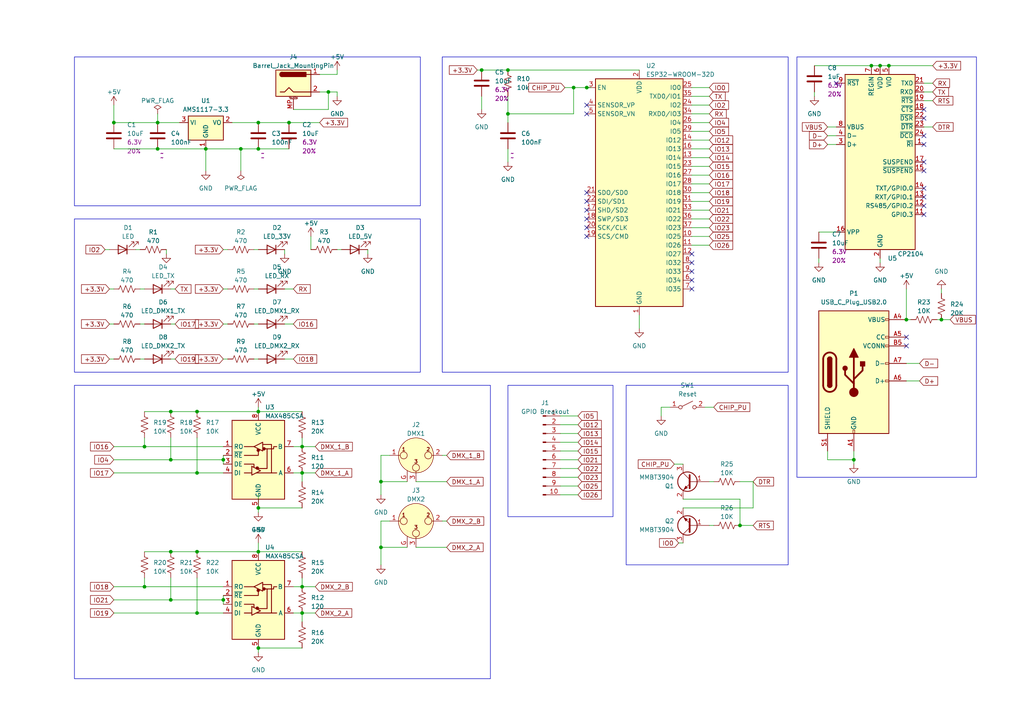
<source format=kicad_sch>
(kicad_sch (version 20230121) (generator eeschema)
  (paper "A4")
  (title_block (title "DMX ArtNet Gateway") (date "2023-09-05") (rev "v01") (company "Interpreter Software B.V."))
  (junction (at 110.49 158.75))
  (junction (at 139.7 20.32))
  (junction (at 45.72 35.56))
  (junction (at 214.63 152.4))
  (junction (at 273.05 92.71))
  (junction (at 33.02 35.56))
  (junction (at 166.37 25.4))
  (junction (at 57.15 137.16))
  (junction (at 74.93 147.32))
  (junction (at 87.63 170.18))
  (junction (at 49.53 173.99))
  (junction (at 87.63 137.16))
  (junction (at 74.93 119.38))
  (junction (at 247.65 133.35))
  (junction (at 87.63 129.54))
  (junction (at 147.32 20.32))
  (junction (at 49.53 133.35))
  (junction (at 262.89 92.71))
  (junction (at 255.27 19.05))
  (junction (at 41.91 170.18))
  (junction (at 147.32 33.02))
  (junction (at 69.85 43.18))
  (junction (at 74.93 35.56))
  (junction (at 110.49 139.7))
  (junction (at 74.93 187.96))
  (junction (at 57.15 160.02))
  (junction (at 252.73 19.05))
  (junction (at 257.81 19.05))
  (junction (at 64.77 133.35))
  (junction (at 49.53 119.38))
  (junction (at 64.77 173.99))
  (junction (at 95.25 26.67))
  (junction (at 59.69 43.18))
  (junction (at 57.15 177.8))
  (junction (at 41.91 129.54))
  (junction (at 57.15 119.38))
  (junction (at 74.93 43.18))
  (junction (at 83.82 35.56))
  (junction (at 45.72 43.18))
  (junction (at 170.18 25.4))
  (junction (at 74.93 160.02))
  (junction (at 87.63 177.8))
  (junction (at 49.53 160.02))
  (no_connect (at 170.18 55.88))
  (no_connect (at 267.97 34.29))
  (no_connect (at 200.66 73.66))
  (no_connect (at 170.18 66.04))
  (no_connect (at 267.97 57.15))
  (no_connect (at 262.89 97.79))
  (no_connect (at 242.57 24.13))
  (no_connect (at 267.97 54.61))
  (no_connect (at 170.18 30.48))
  (no_connect (at 267.97 46.99))
  (no_connect (at 200.66 83.82))
  (no_connect (at 267.97 49.53))
  (no_connect (at 200.66 78.74))
  (no_connect (at 267.97 31.75))
  (no_connect (at 267.97 59.69))
  (no_connect (at 267.97 39.37))
  (no_connect (at 170.18 58.42))
  (no_connect (at 170.18 63.5))
  (no_connect (at 267.97 62.23))
  (no_connect (at 200.66 76.2))
  (no_connect (at 170.18 33.02))
  (no_connect (at 170.18 60.96))
  (no_connect (at 262.89 100.33))
  (no_connect (at 200.66 81.28))
  (no_connect (at 170.18 68.58))
  (no_connect (at 267.97 41.91))
  (wire (pts (xy 162.56 128.27) (xy 167.64 128.27)))
  (wire (pts (xy 257.81 19.05) (xy 270.51 19.05)))
  (wire (pts (xy 200.66 71.12) (xy 205.74 71.12)))
  (wire (pts (xy 110.49 158.75) (xy 118.11 158.75)))
  (wire (pts (xy 85.09 137.16) (xy 87.63 137.16)))
  (wire (pts (xy 39.37 72.39) (xy 40.64 72.39)))
  (wire (pts (xy 162.56 140.97) (xy 167.64 140.97)))
  (wire (pts (xy 73.66 93.98) (xy 74.93 93.98)))
  (wire (pts (xy 41.91 170.18) (xy 64.77 170.18)))
  (wire (pts (xy 185.42 91.44) (xy 185.42 95.25)))
  (wire (pts (xy 200.66 43.18) (xy 205.74 43.18)))
  (wire (pts (xy 110.49 139.7) (xy 118.11 139.7)))
  (wire (pts (xy 83.82 35.56) (xy 92.71 35.56)))
  (wire (pts (xy 41.91 129.54) (xy 41.91 127)))
  (wire (pts (xy 85.09 170.18) (xy 87.63 170.18)))
  (wire (pts (xy 90.17 68.58) (xy 90.17 72.39)))
  (wire (pts (xy 97.79 72.39) (xy 99.06 72.39)))
  (wire (pts (xy 200.66 35.56) (xy 205.74 35.56)))
  (wire (pts (xy 162.56 138.43) (xy 167.64 138.43)))
  (wire (pts (xy 30.48 72.39) (xy 31.75 72.39)))
  (wire (pts (xy 74.93 143.51) (xy 74.93 147.32)))
  (wire (pts (xy 74.93 35.56) (xy 83.82 35.56)))
  (wire (pts (xy 40.64 104.14) (xy 41.91 104.14)))
  (wire (pts (xy 73.66 104.14) (xy 74.93 104.14)))
  (wire (pts (xy 162.56 130.81) (xy 167.64 130.81)))
  (wire (pts (xy 33.02 173.99) (xy 49.53 173.99)))
  (wire (pts (xy 57.15 137.16) (xy 64.77 137.16)))
  (wire (pts (xy 273.05 83.82) (xy 273.05 85.09)))
  (wire (pts (xy 128.27 151.13) (xy 129.54 151.13)))
  (wire (pts (xy 162.56 135.89) (xy 167.64 135.89)))
  (wire (pts (xy 82.55 104.14) (xy 85.09 104.14)))
  (wire (pts (xy 166.37 33.02) (xy 166.37 25.4)))
  (wire (pts (xy 128.27 132.08) (xy 129.54 132.08)))
  (wire (pts (xy 85.09 31.75) (xy 95.25 31.75)))
  (wire (pts (xy 45.72 33.02) (xy 45.72 35.56)))
  (wire (pts (xy 236.22 19.05) (xy 252.73 19.05)))
  (wire (pts (xy 247.65 134.62) (xy 247.65 133.35)))
  (wire (pts (xy 49.53 160.02) (xy 57.15 160.02)))
  (wire (pts (xy 69.85 43.18) (xy 74.93 43.18)))
  (wire (pts (xy 87.63 170.18) (xy 91.44 170.18)))
  (wire (pts (xy 92.71 26.67) (xy 95.25 26.67)))
  (wire (pts (xy 200.66 40.64) (xy 205.74 40.64)))
  (wire (pts (xy 87.63 177.8) (xy 87.63 180.34)))
  (wire (pts (xy 195.58 134.62) (xy 198.12 134.62)))
  (wire (pts (xy 194.31 118.11) (xy 191.77 118.11)))
  (wire (pts (xy 64.77 83.82) (xy 66.04 83.82)))
  (wire (pts (xy 170.18 25.4) (xy 171.45 25.4)))
  (wire (pts (xy 273.05 92.71) (xy 275.59 92.71)))
  (wire (pts (xy 200.66 68.58) (xy 205.74 68.58)))
  (wire (pts (xy 33.02 177.8) (xy 57.15 177.8)))
  (wire (pts (xy 33.02 35.56) (xy 45.72 35.56)))
  (wire (pts (xy 110.49 132.08) (xy 110.49 139.7)))
  (wire (pts (xy 214.63 152.4) (xy 218.44 152.4)))
  (wire (pts (xy 57.15 137.16) (xy 57.15 127)))
  (wire (pts (xy 196.85 157.48) (xy 198.12 157.48)))
  (wire (pts (xy 166.37 25.4) (xy 170.18 25.4)))
  (wire (pts (xy 33.02 129.54) (xy 41.91 129.54)))
  (wire (pts (xy 271.78 92.71) (xy 273.05 92.71)))
  (wire (pts (xy 120.65 158.75) (xy 129.54 158.75)))
  (wire (pts (xy 240.03 36.83) (xy 242.57 36.83)))
  (wire (pts (xy 163.83 25.4) (xy 166.37 25.4)))
  (wire (pts (xy 87.63 167.64) (xy 87.63 170.18)))
  (wire (pts (xy 236.22 26.67) (xy 236.22 27.94)))
  (wire (pts (xy 41.91 119.38) (xy 49.53 119.38)))
  (wire (pts (xy 73.66 72.39) (xy 74.93 72.39)))
  (wire (pts (xy 106.68 72.39) (xy 106.68 73.66)))
  (wire (pts (xy 113.03 151.13) (xy 110.49 151.13)))
  (wire (pts (xy 240.03 133.35) (xy 247.65 133.35)))
  (wire (pts (xy 200.66 38.1) (xy 205.74 38.1)))
  (wire (pts (xy 218.44 147.32) (xy 218.44 139.7)))
  (wire (pts (xy 200.66 27.94) (xy 205.74 27.94)))
  (wire (pts (xy 49.53 167.64) (xy 49.53 173.99)))
  (wire (pts (xy 49.53 127) (xy 49.53 133.35)))
  (wire (pts (xy 59.69 43.18) (xy 69.85 43.18)))
  (wire (pts (xy 49.53 133.35) (xy 64.77 133.35)))
  (wire (pts (xy 110.49 158.75) (xy 110.49 163.83)))
  (wire (pts (xy 97.79 21.59) (xy 97.79 20.32)))
  (wire (pts (xy 147.32 33.02) (xy 147.32 35.56)))
  (wire (pts (xy 74.93 160.02) (xy 87.63 160.02)))
  (wire (pts (xy 110.49 151.13) (xy 110.49 158.75)))
  (wire (pts (xy 240.03 41.91) (xy 242.57 41.91)))
  (wire (pts (xy 49.53 173.99) (xy 64.77 173.99)))
  (wire (pts (xy 262.89 105.41) (xy 266.7 105.41)))
  (wire (pts (xy 162.56 125.73) (xy 167.64 125.73)))
  (wire (pts (xy 87.63 127) (xy 87.63 129.54)))
  (wire (pts (xy 198.12 144.78) (xy 214.63 144.78)))
  (wire (pts (xy 240.03 39.37) (xy 242.57 39.37)))
  (wire (pts (xy 147.32 27.94) (xy 147.32 33.02)))
  (wire (pts (xy 57.15 160.02) (xy 74.93 160.02)))
  (wire (pts (xy 262.89 110.49) (xy 266.7 110.49)))
  (wire (pts (xy 262.89 92.71) (xy 264.16 92.71)))
  (wire (pts (xy 49.53 93.98) (xy 50.8 93.98)))
  (wire (pts (xy 41.91 160.02) (xy 49.53 160.02)))
  (wire (pts (xy 33.02 133.35) (xy 49.53 133.35)))
  (wire (pts (xy 255.27 74.93) (xy 255.27 76.2)))
  (wire (pts (xy 147.32 20.32) (xy 185.42 20.32)))
  (wire (pts (xy 200.66 48.26) (xy 205.74 48.26)))
  (wire (pts (xy 64.77 93.98) (xy 66.04 93.98)))
  (wire (pts (xy 64.77 133.35) (xy 64.77 134.62)))
  (wire (pts (xy 267.97 36.83) (xy 270.51 36.83)))
  (wire (pts (xy 200.66 55.88) (xy 205.74 55.88)))
  (wire (pts (xy 200.66 30.48) (xy 205.74 30.48)))
  (wire (pts (xy 200.66 60.96) (xy 205.74 60.96)))
  (wire (pts (xy 200.66 63.5) (xy 205.74 63.5)))
  (wire (pts (xy 64.77 132.08) (xy 64.77 133.35)))
  (wire (pts (xy 74.93 187.96) (xy 74.93 189.23)))
  (wire (pts (xy 85.09 129.54) (xy 87.63 129.54)))
  (wire (pts (xy 162.56 120.65) (xy 167.64 120.65)))
  (wire (pts (xy 113.03 132.08) (xy 110.49 132.08)))
  (wire (pts (xy 57.15 177.8) (xy 64.77 177.8)))
  (wire (pts (xy 57.15 177.8) (xy 57.15 167.64)))
  (wire (pts (xy 200.66 53.34) (xy 205.74 53.34)))
  (wire (pts (xy 48.26 72.39) (xy 48.26 73.66)))
  (wire (pts (xy 110.49 139.7) (xy 110.49 143.51)))
  (wire (pts (xy 57.15 119.38) (xy 74.93 119.38)))
  (wire (pts (xy 200.66 25.4) (xy 205.74 25.4)))
  (wire (pts (xy 82.55 72.39) (xy 82.55 73.66)))
  (wire (pts (xy 31.75 104.14) (xy 33.02 104.14)))
  (wire (pts (xy 267.97 26.67) (xy 270.51 26.67)))
  (wire (pts (xy 138.43 20.32) (xy 139.7 20.32)))
  (wire (pts (xy 97.79 26.67) (xy 97.79 27.94)))
  (wire (pts (xy 87.63 129.54) (xy 91.44 129.54)))
  (wire (pts (xy 191.77 118.11) (xy 191.77 120.65)))
  (wire (pts (xy 31.75 93.98) (xy 33.02 93.98)))
  (wire (pts (xy 237.49 74.93) (xy 237.49 76.2)))
  (wire (pts (xy 200.66 45.72) (xy 205.74 45.72)))
  (wire (pts (xy 255.27 19.05) (xy 257.81 19.05)))
  (wire (pts (xy 147.32 43.18) (xy 147.32 46.99)))
  (wire (pts (xy 59.69 43.18) (xy 59.69 49.53)))
  (wire (pts (xy 73.66 83.82) (xy 74.93 83.82)))
  (wire (pts (xy 45.72 43.18) (xy 59.69 43.18)))
  (wire (pts (xy 40.64 83.82) (xy 41.91 83.82)))
  (wire (pts (xy 49.53 119.38) (xy 57.15 119.38)))
  (wire (pts (xy 237.49 67.31) (xy 242.57 67.31)))
  (wire (pts (xy 262.89 83.82) (xy 262.89 92.71)))
  (wire (pts (xy 64.77 172.72) (xy 64.77 173.99)))
  (wire (pts (xy 139.7 27.94) (xy 139.7 31.75)))
  (wire (pts (xy 162.56 123.19) (xy 167.64 123.19)))
  (wire (pts (xy 252.73 19.05) (xy 255.27 19.05)))
  (wire (pts (xy 33.02 170.18) (xy 41.91 170.18)))
  (wire (pts (xy 69.85 43.18) (xy 69.85 49.53)))
  (wire (pts (xy 204.47 118.11) (xy 207.01 118.11)))
  (wire (pts (xy 74.93 118.11) (xy 74.93 119.38)))
  (wire (pts (xy 33.02 43.18) (xy 45.72 43.18)))
  (wire (pts (xy 64.77 104.14) (xy 66.04 104.14)))
  (wire (pts (xy 120.65 139.7) (xy 129.54 139.7)))
  (wire (pts (xy 198.12 147.32) (xy 218.44 147.32)))
  (wire (pts (xy 49.53 104.14) (xy 50.8 104.14)))
  (wire (pts (xy 74.93 43.18) (xy 83.82 43.18)))
  (wire (pts (xy 64.77 72.39) (xy 66.04 72.39)))
  (wire (pts (xy 33.02 137.16) (xy 57.15 137.16)))
  (wire (pts (xy 200.66 33.02) (xy 205.74 33.02)))
  (wire (pts (xy 67.31 35.56) (xy 74.93 35.56)))
  (wire (pts (xy 214.63 144.78) (xy 214.63 152.4)))
  (wire (pts (xy 82.55 93.98) (xy 85.09 93.98)))
  (wire (pts (xy 247.65 130.81) (xy 247.65 133.35)))
  (wire (pts (xy 240.03 130.81) (xy 240.03 133.35)))
  (wire (pts (xy 95.25 26.67) (xy 97.79 26.67)))
  (wire (pts (xy 74.93 148.59) (xy 74.93 147.32)))
  (wire (pts (xy 267.97 29.21) (xy 270.51 29.21)))
  (wire (pts (xy 92.71 21.59) (xy 97.79 21.59)))
  (wire (pts (xy 139.7 20.32) (xy 147.32 20.32)))
  (wire (pts (xy 74.93 187.96) (xy 87.63 187.96)))
  (wire (pts (xy 74.93 119.38) (xy 87.63 119.38)))
  (wire (pts (xy 74.93 147.32) (xy 87.63 147.32)))
  (wire (pts (xy 147.32 33.02) (xy 166.37 33.02)))
  (wire (pts (xy 74.93 157.48) (xy 74.93 160.02)))
  (wire (pts (xy 87.63 137.16) (xy 87.63 139.7)))
  (wire (pts (xy 45.72 35.56) (xy 52.07 35.56)))
  (wire (pts (xy 33.02 30.48) (xy 33.02 35.56)))
  (wire (pts (xy 87.63 137.16) (xy 91.44 137.16)))
  (wire (pts (xy 82.55 83.82) (xy 85.09 83.82)))
  (wire (pts (xy 85.09 177.8) (xy 87.63 177.8)))
  (wire (pts (xy 31.75 83.82) (xy 33.02 83.82)))
  (wire (pts (xy 41.91 170.18) (xy 41.91 167.64)))
  (wire (pts (xy 49.53 83.82) (xy 50.8 83.82)))
  (wire (pts (xy 200.66 66.04) (xy 205.74 66.04)))
  (wire (pts (xy 200.66 50.8) (xy 205.74 50.8)))
  (wire (pts (xy 64.77 173.99) (xy 64.77 175.26)))
  (wire (pts (xy 41.91 129.54) (xy 64.77 129.54)))
  (wire (pts (xy 214.63 139.7) (xy 218.44 139.7)))
  (wire (pts (xy 95.25 31.75) (xy 95.25 26.67)))
  (wire (pts (xy 40.64 93.98) (xy 41.91 93.98)))
  (wire (pts (xy 205.74 152.4) (xy 207.01 152.4)))
  (wire (pts (xy 205.74 139.7) (xy 207.01 139.7)))
  (wire (pts (xy 267.97 24.13) (xy 270.51 24.13)))
  (wire (pts (xy 200.66 58.42) (xy 205.74 58.42)))
  (wire (pts (xy 87.63 177.8) (xy 91.44 177.8)))
  (wire (pts (xy 162.56 133.35) (xy 167.64 133.35)))
  (wire (pts (xy 162.56 143.51) (xy 167.64 143.51)))
  (rectangle (start 21.59 111.76) (end 142.24 196.85))
  (rectangle (start 21.59 16.51) (end 121.92 59.69))
  (rectangle (start 181.61 111.76) (end 228.6 163.83))
  (rectangle (start 231.14 16.51) (end 283.21 138.43))
  (rectangle (start 21.59 63.5) (end 121.92 107.95))
  (rectangle (start 147.32 111.76) (end 177.8 149.86))
  (rectangle (start 128.27 16.51) (end 228.6 107.95))
  (global_label "IO16" (shape input) (at 85.09 93.98 0) (property "Intersheetrefs" "${INTERSHEET_REFS}" (effects hide)))
  (global_label "IO0" (shape input) (at 196.85 157.48 180) (property "Intersheetrefs" "${INTERSHEET_REFS}" (effects hide)))
  (global_label "+3.3V" (shape input) (at 64.77 104.14 180) (property "Intersheetrefs" "${INTERSHEET_REFS}" (effects hide)))
  (global_label "RTS" (shape input) (at 218.44 152.4 0) (property "Intersheetrefs" "${INTERSHEET_REFS}" (effects hide)))
  (global_label "D+" (shape input) (at 240.03 41.91 180) (property "Intersheetrefs" "${INTERSHEET_REFS}" (effects hide)))
  (global_label "IO18" (shape input) (at 33.02 170.18 180) (property "Intersheetrefs" "${INTERSHEET_REFS}" (effects hide)))
  (global_label "IO15" (shape input) (at 205.74 48.26 0) (property "Intersheetrefs" "${INTERSHEET_REFS}" (effects hide)))
  (global_label "IO26" (shape input) (at 205.74 71.12 0) (property "Intersheetrefs" "${INTERSHEET_REFS}" (effects hide)))
  (global_label "IO25" (shape input) (at 167.64 140.97 0) (property "Intersheetrefs" "${INTERSHEET_REFS}" (effects hide)))
  (global_label "CHIP_PU" (shape input) (at 195.58 134.62 180) (property "Intersheetrefs" "${INTERSHEET_REFS}" (effects hide)))
  (global_label "RTS" (shape input) (at 270.51 29.21 0) (property "Intersheetrefs" "${INTERSHEET_REFS}" (effects hide)))
  (global_label "IO17" (shape input) (at 50.8 93.98 0) (property "Intersheetrefs" "${INTERSHEET_REFS}" (effects hide)))
  (global_label "RX" (shape input) (at 85.09 83.82 0) (property "Intersheetrefs" "${INTERSHEET_REFS}" (effects hide)))
  (global_label "IO17" (shape input) (at 33.02 137.16 180) (property "Intersheetrefs" "${INTERSHEET_REFS}" (effects hide)))
  (global_label "+3.3V" (shape input) (at 31.75 104.14 180) (property "Intersheetrefs" "${INTERSHEET_REFS}" (effects hide)))
  (global_label "DMX_1_B" (shape input) (at 129.54 132.08 0) (property "Intersheetrefs" "${INTERSHEET_REFS}" (effects hide)))
  (global_label "TX" (shape input) (at 50.8 83.82 0) (property "Intersheetrefs" "${INTERSHEET_REFS}" (effects hide)))
  (global_label "IO22" (shape input) (at 205.74 63.5 0) (property "Intersheetrefs" "${INTERSHEET_REFS}" (effects hide)))
  (global_label "IO19" (shape input) (at 205.74 58.42 0) (property "Intersheetrefs" "${INTERSHEET_REFS}" (effects hide)))
  (global_label "TX" (shape input) (at 205.74 27.94 0) (property "Intersheetrefs" "${INTERSHEET_REFS}" (effects hide)))
  (global_label "TX" (shape input) (at 270.51 26.67 0) (property "Intersheetrefs" "${INTERSHEET_REFS}" (effects hide)))
  (global_label "+3.3V" (shape input) (at 31.75 83.82 180) (property "Intersheetrefs" "${INTERSHEET_REFS}" (effects hide)))
  (global_label "IO14" (shape input) (at 167.64 128.27 0) (property "Intersheetrefs" "${INTERSHEET_REFS}" (effects hide)))
  (global_label "IO5" (shape input) (at 167.64 120.65 0) (property "Intersheetrefs" "${INTERSHEET_REFS}" (effects hide)))
  (global_label "IO4" (shape input) (at 205.74 35.56 0) (property "Intersheetrefs" "${INTERSHEET_REFS}" (effects hide)))
  (global_label "IO15" (shape input) (at 167.64 130.81 0) (property "Intersheetrefs" "${INTERSHEET_REFS}" (effects hide)))
  (global_label "IO5" (shape input) (at 205.74 38.1 0) (property "Intersheetrefs" "${INTERSHEET_REFS}" (effects hide)))
  (global_label "IO16" (shape input) (at 205.74 50.8 0) (property "Intersheetrefs" "${INTERSHEET_REFS}" (effects hide)))
  (global_label "DMX_2_B" (shape input) (at 91.44 170.18 0) (property "Intersheetrefs" "${INTERSHEET_REFS}" (effects hide)))
  (global_label "IO12" (shape input) (at 205.74 40.64 0) (property "Intersheetrefs" "${INTERSHEET_REFS}" (effects hide)))
  (global_label "CHIP_PU" (shape input) (at 163.83 25.4 180) (property "Intersheetrefs" "${INTERSHEET_REFS}" (effects hide)))
  (global_label "IO2" (shape input) (at 30.48 72.39 180) (property "Intersheetrefs" "${INTERSHEET_REFS}" (effects hide)))
  (global_label "IO23" (shape input) (at 205.74 66.04 0) (property "Intersheetrefs" "${INTERSHEET_REFS}" (effects hide)))
  (global_label "IO21" (shape input) (at 205.74 60.96 0) (property "Intersheetrefs" "${INTERSHEET_REFS}" (effects hide)))
  (global_label "+3.3V" (shape input) (at 270.51 19.05 0) (property "Intersheetrefs" "${INTERSHEET_REFS}" (effects hide)))
  (global_label "IO18" (shape input) (at 205.74 55.88 0) (property "Intersheetrefs" "${INTERSHEET_REFS}" (effects hide)))
  (global_label "+3.3V" (shape input) (at 64.77 72.39 180) (property "Intersheetrefs" "${INTERSHEET_REFS}" (effects hide)))
  (global_label "IO13" (shape input) (at 205.74 43.18 0) (property "Intersheetrefs" "${INTERSHEET_REFS}" (effects hide)))
  (global_label "IO25" (shape input) (at 205.74 68.58 0) (property "Intersheetrefs" "${INTERSHEET_REFS}" (effects hide)))
  (global_label "DMX_1_A" (shape input) (at 91.44 137.16 0) (property "Intersheetrefs" "${INTERSHEET_REFS}" (effects hide)))
  (global_label "IO16" (shape input) (at 33.02 129.54 180) (property "Intersheetrefs" "${INTERSHEET_REFS}" (effects hide)))
  (global_label "IO18" (shape input) (at 85.09 104.14 0) (property "Intersheetrefs" "${INTERSHEET_REFS}" (effects hide)))
  (global_label "D-" (shape input) (at 266.7 105.41 0) (property "Intersheetrefs" "${INTERSHEET_REFS}" (effects hide)))
  (global_label "IO12" (shape input) (at 167.64 123.19 0) (property "Intersheetrefs" "${INTERSHEET_REFS}" (effects hide)))
  (global_label "DMX_2_A" (shape input) (at 91.44 177.8 0) (property "Intersheetrefs" "${INTERSHEET_REFS}" (effects hide)))
  (global_label "DTR" (shape input) (at 270.51 36.83 0) (property "Intersheetrefs" "${INTERSHEET_REFS}" (effects hide)))
  (global_label "IO23" (shape input) (at 167.64 138.43 0) (property "Intersheetrefs" "${INTERSHEET_REFS}" (effects hide)))
  (global_label "DMX_1_B" (shape input) (at 91.44 129.54 0) (property "Intersheetrefs" "${INTERSHEET_REFS}" (effects hide)))
  (global_label "IO19" (shape input) (at 33.02 177.8 180) (property "Intersheetrefs" "${INTERSHEET_REFS}" (effects hide)))
  (global_label "IO21" (shape input) (at 167.64 133.35 0) (property "Intersheetrefs" "${INTERSHEET_REFS}" (effects hide)))
  (global_label "DMX_1_A" (shape input) (at 129.54 139.7 0) (property "Intersheetrefs" "${INTERSHEET_REFS}" (effects hide)))
  (global_label "D-" (shape input) (at 240.03 39.37 180) (property "Intersheetrefs" "${INTERSHEET_REFS}" (effects hide)))
  (global_label "IO22" (shape input) (at 167.64 135.89 0) (property "Intersheetrefs" "${INTERSHEET_REFS}" (effects hide)))
  (global_label "VBUS" (shape input) (at 240.03 36.83 180) (property "Intersheetrefs" "${INTERSHEET_REFS}" (effects hide)))
  (global_label "+3.3V" (shape input) (at 64.77 83.82 180) (property "Intersheetrefs" "${INTERSHEET_REFS}" (effects hide)))
  (global_label "RX" (shape input) (at 270.51 24.13 0) (property "Intersheetrefs" "${INTERSHEET_REFS}" (effects hide)))
  (global_label "IO19" (shape input) (at 50.8 104.14 0) (property "Intersheetrefs" "${INTERSHEET_REFS}" (effects hide)))
  (global_label "CHIP_PU" (shape input) (at 207.01 118.11 0) (property "Intersheetrefs" "${INTERSHEET_REFS}" (effects hide)))
  (global_label "+3.3V" (shape input) (at 31.75 93.98 180) (property "Intersheetrefs" "${INTERSHEET_REFS}" (effects hide)))
  (global_label "DMX_2_B" (shape input) (at 129.54 151.13 0) (property "Intersheetrefs" "${INTERSHEET_REFS}" (effects hide)))
  (global_label "IO26" (shape input) (at 167.64 143.51 0) (property "Intersheetrefs" "${INTERSHEET_REFS}" (effects hide)))
  (global_label "IO13" (shape input) (at 167.64 125.73 0) (property "Intersheetrefs" "${INTERSHEET_REFS}" (effects hide)))
  (global_label "DTR" (shape input) (at 218.44 139.7 0) (property "Intersheetrefs" "${INTERSHEET_REFS}" (effects hide)))
  (global_label "VBUS" (shape input) (at 275.59 92.71 0) (property "Intersheetrefs" "${INTERSHEET_REFS}" (effects hide)))
  (global_label "IO14" (shape input) (at 205.74 45.72 0) (property "Intersheetrefs" "${INTERSHEET_REFS}" (effects hide)))
  (global_label "IO17" (shape input) (at 205.74 53.34 0) (property "Intersheetrefs" "${INTERSHEET_REFS}" (effects hide)))
  (global_label "DMX_2_A" (shape input) (at 129.54 158.75 0) (property "Intersheetrefs" "${INTERSHEET_REFS}" (effects hide)))
  (global_label "RX" (shape input) (at 205.74 33.02 0) (property "Intersheetrefs" "${INTERSHEET_REFS}" (effects hide)))
  (global_label "IO2" (shape input) (at 205.74 30.48 0) (property "Intersheetrefs" "${INTERSHEET_REFS}" (effects hide)))
  (global_label "IO0" (shape input) (at 205.74 25.4 0) (property "Intersheetrefs" "${INTERSHEET_REFS}" (effects hide)))
  (global_label "+3.3V" (shape input) (at 92.71 35.56 0) (property "Intersheetrefs" "${INTERSHEET_REFS}" (effects hide)))
  (global_label "+3.3V" (shape input) (at 64.77 93.98 180) (property "Intersheetrefs" "${INTERSHEET_REFS}" (effects hide)))
  (global_label "+3.3V" (shape input) (at 138.43 20.32 180) (property "Intersheetrefs" "${INTERSHEET_REFS}" (effects hide)))
  (global_label "IO21" (shape input) (at 33.02 173.99 180) (property "Intersheetrefs" "${INTERSHEET_REFS}" (effects hide)))
  (global_label "D+" (shape input) (at 266.7 110.49 0) (property "Intersheetrefs" "${INTERSHEET_REFS}" (effects hide)))
  (global_label "IO4" (shape input) (at 33.02 133.35 180) (property "Intersheetrefs" "${INTERSHEET_REFS}" (effects hide)))
  (symbol (lib_id "power:PWR_FLAG") (at 45.72 33.02 0) (unit 1)
    (property "Reference" "#FLG01" (effects hide))
    (property "Value" "PWR_FLAG" (at 45.72 29.21 0))
  )
  (symbol (lib_id "SparkFun-Switch:SPST_Momentary_4.6x2.8mm") (at 199.39 118.11 0) (unit 1)
    (property "Reference" "SW1" (at 199.39 111.76 0))
    (property "Value" "Reset" (at 199.39 114.3 0))
    (property "Footprint" "SparkFun-Switch:Momentary_SMD_4.6x2.8mm" (effects hide))
    (property "PROD_ID" "SWCH-15606" (effects hide))
  )
  (symbol (lib_id "power:+5V") (at 262.89 83.82 0) (unit 1)
    (property "Reference" "#PWR022" (effects hide))
    (property "Value" "+5V" (at 262.89 80.01 0))
  )
  (symbol (lib_id "SparkFun-Resistor:R") (at 44.45 72.39 90) (unit 1)
    (property "Reference" "R1" (at 44.45 67.31 90))
    (property "Value" "470" (at 44.45 69.85 90))
    (property "Footprint" "SparkFun-Resistor:R_0805_2012Metric" (effects hide))
    (property "Datasheet" "https://www.vishay.com/docs/20035/dcrcwe3.pdf" (effects hide))
    (property "PROD_ID" "RES-07856" (effects hide))
  )
  (symbol (lib_id "SparkFun-Capacitor:C") (at 74.93 39.37 0) (unit 1)
    (property "Reference" "C3" (at 78.74 38.735 0) (effects (justify left)))
    (property "Value" "100nF" (at 78.74 41.275 0) (effects (justify left)))
    (property "Footprint" "SparkFun-Capacitor:C_0805_2012Metric" (effects hide))
    (property "Datasheet" "[link text](https://cdn.sparkfun.com/assets/8/a/4/a/5/Kemet_Capacitor_Datasheet.pdf)" (effects hide))
    (property "PROD_ID" "CAP-00000" (effects hide))
    (property "Tolerance" "~" (at 76.2 44.45 0))
    (property "Voltage" "~" (at 76.2 45.72 0))
  )
  (symbol (lib_id "SparkFun-Resistor:R") (at 57.15 163.83 0) (unit 1)
    (property "Reference" "R22" (at 59.69 163.195 0) (effects (justify left)))
    (property "Value" "10K" (at 59.69 165.735 0) (effects (justify left)))
    (property "Footprint" "SparkFun-Resistor:R_0805_2012Metric" (effects hide))
    (property "Datasheet" "https://www.vishay.com/docs/20035/dcrcwe3.pdf" (effects hide))
    (property "PROD_ID" "RES-07856" (effects hide))
  )
  (symbol (lib_id "Device:LED") (at 45.72 93.98 180) (unit 1)
    (property "Reference" "D6" (at 47.3075 87.63 0))
    (property "Value" "LED_DMX1_TX" (at 47.3075 90.17 0))
    (property "Footprint" "LED_SMD:LED_0805_2012Metric" (effects hide))
  )
  (symbol (lib_id "SparkFun-Resistor:R") (at 87.63 184.15 0) (unit 1)
    (property "Reference" "R16" (at 90.17 183.515 0) (effects (justify left)))
    (property "Value" "20K" (at 90.17 186.055 0) (effects (justify left)))
    (property "Footprint" "SparkFun-Resistor:R_0805_2012Metric" (effects hide))
    (property "Datasheet" "https://www.vishay.com/docs/20035/dcrcwe3.pdf" (effects hide))
    (property "PROD_ID" "RES-07856" (effects hide))
  )
  (symbol (lib_id "Device:LED") (at 78.74 93.98 180) (unit 1)
    (property "Reference" "D7" (at 80.3275 87.63 0))
    (property "Value" "LED_DMX1_RX" (at 80.3275 90.17 0))
    (property "Footprint" "LED_SMD:LED_0805_2012Metric" (effects hide))
  )
  (symbol (lib_id "SparkFun-Resistor:R") (at 69.85 72.39 90) (unit 1)
    (property "Reference" "R2" (at 69.85 67.31 90))
    (property "Value" "470" (at 69.85 69.85 90))
    (property "Footprint" "SparkFun-Resistor:R_0805_2012Metric" (effects hide))
    (property "Datasheet" "https://www.vishay.com/docs/20035/dcrcwe3.pdf" (effects hide))
    (property "PROD_ID" "RES-07856" (effects hide))
  )
  (symbol (lib_id "Device:LED") (at 78.74 72.39 180) (unit 1)
    (property "Reference" "D2" (at 80.3275 66.04 0))
    (property "Value" "LED_33V" (at 80.3275 68.58 0))
    (property "Footprint" "LED_SMD:LED_0805_2012Metric" (effects hide))
  )
  (symbol (lib_id "SparkFun-Resistor:R") (at 93.98 72.39 90) (unit 1)
    (property "Reference" "R3" (at 93.98 67.31 90))
    (property "Value" "470" (at 93.98 69.85 90))
    (property "Footprint" "SparkFun-Resistor:R_0805_2012Metric" (effects hide))
    (property "Datasheet" "https://www.vishay.com/docs/20035/dcrcwe3.pdf" (effects hide))
    (property "PROD_ID" "RES-07856" (effects hide))
  )
  (symbol (lib_id "power:+5V") (at 90.17 68.58 0) (unit 1)
    (property "Reference" "#PWR06" (effects hide))
    (property "Value" "+5V" (at 90.17 64.77 0))
  )
  (symbol (lib_id "Device:LED") (at 78.74 104.14 180) (unit 1)
    (property "Reference" "D9" (at 80.3275 97.79 0))
    (property "Value" "LED_DMX2_RX" (at 80.3275 100.33 0))
    (property "Footprint" "LED_SMD:LED_0805_2012Metric" (effects hide))
  )
  (symbol (lib_id "Device:LED") (at 35.56 72.39 180) (unit 1)
    (property "Reference" "D1" (at 37.1475 66.04 0))
    (property "Value" "LED" (at 37.1475 68.58 0))
    (property "Footprint" "LED_SMD:LED_0805_2012Metric" (effects hide))
  )
  (symbol (lib_id "SparkFun-Resistor:R") (at 69.85 93.98 90) (unit 1)
    (property "Reference" "R7" (at 69.85 88.9 90))
    (property "Value" "470" (at 69.85 91.44 90))
    (property "Footprint" "SparkFun-Resistor:R_0805_2012Metric" (effects hide))
    (property "Datasheet" "https://www.vishay.com/docs/20035/dcrcwe3.pdf" (effects hide))
    (property "PROD_ID" "RES-07856" (effects hide))
  )
  (symbol (lib_id "power:PWR_FLAG") (at 69.85 49.53 180) (unit 1)
    (property "Reference" "#FLG02" (effects hide))
    (property "Value" "PWR_FLAG" (at 69.85 54.61 0))
  )
  (symbol (lib_id "SparkFun-Capacitor:10uF_0603_6.3V_20%") (at 236.22 22.86 0) (unit 1)
    (property "Reference" "C8" (at 240.03 19.685 0) (effects (justify left)))
    (property "Value" "1uF" (at 240.03 22.225 0) (effects (justify left)))
    (property "Footprint" "Capacitor_SMD:CP_Elec_3x5.3" (effects hide))
    (property "Datasheet" "[link text](https://cdn.sparkfun.com/assets/8/a/4/a/5/Kemet_Capacitor_Datasheet.pdf)" (effects hide))
    (property "PROD_ID" "CAP-11015" (effects hide))
    (property "Voltage" "6.3V" (at 240.03 24.765 0) (effects (justify left)))
    (property "Tolerance" "20%" (at 240.03 27.305 0) (effects (justify left)))
  )
  (symbol (lib_id "SparkFun-Resistor:R") (at 87.63 163.83 0) (unit 1)
    (property "Reference" "R15" (at 90.17 163.195 0) (effects (justify left)))
    (property "Value" "20K" (at 90.17 165.735 0) (effects (justify left)))
    (property "Footprint" "SparkFun-Resistor:R_0805_2012Metric" (effects hide))
    (property "Datasheet" "https://www.vishay.com/docs/20035/dcrcwe3.pdf" (effects hide))
    (property "PROD_ID" "RES-07856" (effects hide))
  )
  (symbol (lib_id "SparkFun-Resistor:R") (at 49.53 123.19 0) (unit 1)
    (property "Reference" "R18" (at 52.07 122.555 0) (effects (justify left)))
    (property "Value" "10K" (at 52.07 125.095 0) (effects (justify left)))
    (property "Footprint" "SparkFun-Resistor:R_0805_2012Metric" (effects hide))
    (property "Datasheet" "https://www.vishay.com/docs/20035/dcrcwe3.pdf" (effects hide))
    (property "PROD_ID" "RES-07856" (effects hide))
  )
  (symbol (lib_id "Transistor_BJT:MMBT3904") (at 200.66 139.7 0) (mirror y) (unit 1)
    (property "Reference" "Q1" (at 195.58 140.97 0) (effects (justify left)))
    (property "Value" "MMBT3904" (at 195.58 138.43 0) (effects (justify left)))
    (property "Footprint" "Package_TO_SOT_SMD:SOT-23" (effects hide))
    (property "Datasheet" "https://www.onsemi.com/pdf/datasheet/pzt3904-d.pdf" (effects hide))
  )
  (symbol (lib_id "power:+5V") (at 74.93 157.48 0) (unit 1)
    (property "Reference" "#PWR011" (effects hide))
    (property "Value" "+5V" (at 74.93 153.67 0))
  )
  (symbol (lib_id "SparkFun-PowerSymbol:GND") (at 110.49 143.51 0) (unit 1)
    (property "Reference" "#PWR014" (effects hide))
    (property "Value" "GND" (at 110.49 148.59 0))
  )
  (symbol (lib_id "SparkFun-Capacitor:C") (at 45.72 39.37 0) (unit 1)
    (property "Reference" "C4" (at 49.53 38.735 0) (effects (justify left)))
    (property "Value" "100nF" (at 49.53 41.275 0) (effects (justify left)))
    (property "Footprint" "SparkFun-Capacitor:C_0805_2012Metric" (effects hide))
    (property "Datasheet" "[link text](https://cdn.sparkfun.com/assets/8/a/4/a/5/Kemet_Capacitor_Datasheet.pdf)" (effects hide))
    (property "PROD_ID" "CAP-00000" (effects hide))
    (property "Tolerance" "~" (at 46.99 44.45 0))
    (property "Voltage" "~" (at 46.99 45.72 0))
  )
  (symbol (lib_id "power:+5V") (at 33.02 30.48 0) (unit 1)
    (property "Reference" "#PWR019" (effects hide))
    (property "Value" "+5V" (at 33.02 26.67 0))
  )
  (symbol (lib_id "SparkFun-PowerSymbol:GND") (at 247.65 134.62 0) (unit 1)
    (property "Reference" "#PWR013" (effects hide))
    (property "Value" "GND" (at 247.65 139.7 0))
  )
  (symbol (lib_id "Regulator_Linear:AMS1117-3.3") (at 59.69 35.56 0) (unit 1)
    (property "Reference" "U1" (at 59.69 29.21 0))
    (property "Value" "AMS1117-3.3" (at 59.69 31.75 0))
    (property "Footprint" "Package_TO_SOT_SMD:SOT-223-3_TabPin2" (effects hide))
    (property "Datasheet" "http://www.advanced-monolithic.com/pdf/ds1117.pdf" (effects hide))
  )
  (symbol (lib_id "SparkFun-PowerSymbol:GND") (at 236.22 27.94 0) (unit 1)
    (property "Reference" "#PWR024" (effects hide))
    (property "Value" "GND" (at 236.22 33.02 0))
  )
  (symbol (lib_id "SparkFun-Resistor:R") (at 87.63 143.51 0) (unit 1)
    (property "Reference" "R14" (at 90.17 142.875 0) (effects (justify left)))
    (property "Value" "20K" (at 90.17 145.415 0) (effects (justify left)))
    (property "Footprint" "SparkFun-Resistor:R_0805_2012Metric" (effects hide))
    (property "Datasheet" "https://www.vishay.com/docs/20035/dcrcwe3.pdf" (effects hide))
    (property "PROD_ID" "RES-07856" (effects hide))
  )
  (symbol (lib_id "Interface_USB:CP2104") (at 255.27 46.99 0) (unit 1)
    (property "Reference" "U5" (at 257.4641 74.93 0) (effects (justify left)))
    (property "Value" "CP2104" (at 260.35 73.66 0) (effects (justify left)))
    (property "Footprint" "Package_DFN_QFN:QFN-24-1EP_4x4mm_P0.5mm_EP2.6x2.6mm" (effects hide))
    (property "Datasheet" "https://www.silabs.com/documents/public/data-sheets/cp2104.pdf" (effects hide))
  )
  (symbol (lib_id "SparkFun-Resistor:R") (at 273.05 88.9 0) (unit 1)
    (property "Reference" "R24" (at 275.59 88.265 0) (effects (justify left)))
    (property "Value" "20K" (at 275.59 90.805 0) (effects (justify left)))
    (property "Footprint" "SparkFun-Resistor:R_0805_2012Metric" (effects hide))
    (property "Datasheet" "https://www.vishay.com/docs/20035/dcrcwe3.pdf" (effects hide))
    (property "PROD_ID" "RES-07856" (effects hide))
  )
  (symbol (lib_id "SparkFun-PowerSymbol:GND") (at 191.77 120.65 0) (unit 1)
    (property "Reference" "#PWR023" (effects hide))
    (property "Value" "GND" (at 191.77 125.73 0))
  )
  (symbol (lib_id "SparkFun-Resistor:R") (at 210.82 152.4 90) (unit 1)
    (property "Reference" "R26" (at 210.82 147.32 90))
    (property "Value" "10K" (at 210.82 149.86 90))
    (property "Footprint" "SparkFun-Resistor:R_0805_2012Metric" (effects hide))
    (property "Datasheet" "https://www.vishay.com/docs/20035/dcrcwe3.pdf" (effects hide))
    (property "PROD_ID" "RES-07856" (effects hide))
  )
  (symbol (lib_id "Connector:Conn_01x10_Pin") (at 157.48 130.81 0) (unit 1)
    (property "Reference" "J1" (at 158.115 116.84 0))
    (property "Value" "GPIO Breakout" (at 158.115 119.38 0))
    (property "Footprint" "Connector_PinHeader_2.54mm:PinHeader_1x10_P2.54mm_Vertical" (effects hide))
  )
  (symbol (lib_id "Device:LED") (at 102.87 72.39 180) (unit 1)
    (property "Reference" "D3" (at 104.4575 66.04 0))
    (property "Value" "LED_5V" (at 104.4575 68.58 0))
    (property "Footprint" "LED_SMD:LED_0805_2012Metric" (effects hide))
  )
  (symbol (lib_id "SparkFun-Resistor:R") (at 87.63 123.19 0) (unit 1)
    (property "Reference" "R13" (at 90.17 122.555 0) (effects (justify left)))
    (property "Value" "20K" (at 90.17 125.095 0) (effects (justify left)))
    (property "Footprint" "SparkFun-Resistor:R_0805_2012Metric" (effects hide))
    (property "Datasheet" "https://www.vishay.com/docs/20035/dcrcwe3.pdf" (effects hide))
    (property "PROD_ID" "RES-07856" (effects hide))
  )
  (symbol (lib_id "SparkFun-Resistor:R") (at 41.91 163.83 0) (unit 1)
    (property "Reference" "R20" (at 44.45 163.195 0) (effects (justify left)))
    (property "Value" "10K" (at 44.45 165.735 0) (effects (justify left)))
    (property "Footprint" "SparkFun-Resistor:R_0805_2012Metric" (effects hide))
    (property "Datasheet" "https://www.vishay.com/docs/20035/dcrcwe3.pdf" (effects hide))
    (property "PROD_ID" "RES-07856" (effects hide))
  )
  (symbol (lib_id "SparkFun-PowerSymbol:GND") (at 110.49 163.83 0) (unit 1)
    (property "Reference" "#PWR015" (effects hide))
    (property "Value" "GND" (at 110.49 168.91 0))
  )
  (symbol (lib_id "SparkFun-Resistor:R") (at 267.97 92.71 90) (unit 1)
    (property "Reference" "R23" (at 267.97 87.63 90))
    (property "Value" "10K" (at 267.97 90.17 90))
    (property "Footprint" "SparkFun-Resistor:R_0805_2012Metric" (effects hide))
    (property "Datasheet" "https://www.vishay.com/docs/20035/dcrcwe3.pdf" (effects hide))
    (property "PROD_ID" "RES-07856" (effects hide))
  )
  (symbol (lib_id "SparkFun-PowerSymbol:GND") (at 185.42 95.25 0) (unit 1)
    (property "Reference" "#PWR09" (effects hide))
    (property "Value" "GND" (at 185.42 100.33 0))
  )
  (symbol (lib_id "SparkFun-Resistor:R") (at 147.32 24.13 0) (unit 1)
    (property "Reference" "R10" (at 149.86 22.86 0) (effects (justify left)))
    (property "Value" "10k" (at 149.86 25.4 0) (effects (justify left)))
    (property "Footprint" "SparkFun-Resistor:R_0805_2012Metric" (effects hide))
    (property "Datasheet" "https://www.vishay.com/docs/20035/dcrcwe3.pdf" (effects hide))
    (property "PROD_ID" "RES-07856" (effects hide))
  )
  (symbol (lib_id "SparkFun-PowerSymbol:GND") (at 255.27 76.2 0) (unit 1)
    (property "Reference" "#PWR018" (effects hide))
    (property "Value" "GND" (at 255.27 81.28 0))
  )
  (symbol (lib_id "SparkFun-Resistor:R") (at 69.85 83.82 90) (unit 1)
    (property "Reference" "R5" (at 69.85 78.74 90))
    (property "Value" "470" (at 69.85 81.28 90))
    (property "Footprint" "SparkFun-Resistor:R_0805_2012Metric" (effects hide))
    (property "Datasheet" "https://www.vishay.com/docs/20035/dcrcwe3.pdf" (effects hide))
    (property "PROD_ID" "RES-07856" (effects hide))
  )
  (symbol (lib_id "SparkFun-Resistor:R") (at 41.91 123.19 0) (unit 1)
    (property "Reference" "R19" (at 44.45 122.555 0) (effects (justify left)))
    (property "Value" "10K" (at 44.45 125.095 0) (effects (justify left)))
    (property "Footprint" "SparkFun-Resistor:R_0805_2012Metric" (effects hide))
    (property "Datasheet" "https://www.vishay.com/docs/20035/dcrcwe3.pdf" (effects hide))
    (property "PROD_ID" "RES-07856" (effects hide))
  )
  (symbol (lib_id "SparkFun-PowerSymbol:GND") (at 82.55 73.66 0) (unit 1)
    (property "Reference" "#PWR04" (effects hide))
    (property "Value" "GND" (at 82.55 78.74 0))
  )
  (symbol (lib_id "Device:LED") (at 45.72 83.82 180) (unit 1)
    (property "Reference" "D4" (at 47.3075 77.47 0))
    (property "Value" "LED_TX" (at 47.3075 80.01 0))
    (property "Footprint" "LED_SMD:LED_0805_2012Metric" (effects hide))
  )
  (symbol (lib_id "Connector_Audio:XLR3_Ground") (at 120.65 151.13 0) (unit 1)
    (property "Reference" "J3" (at 120.65 142.24 0))
    (property "Value" "DMX2" (at 120.65 144.78 0))
    (property "Footprint" "Connector_Audio_2:Jack_XLR_Neutrik_NC3FAH2-0_Horizontal" (effects hide))
    (property "Datasheet" " ~" (effects hide))
  )
  (symbol (lib_id "Connector_Audio:XLR3_Ground") (at 120.65 132.08 0) (unit 1)
    (property "Reference" "J2" (at 120.65 123.19 0))
    (property "Value" "DMX1" (at 120.65 125.73 0))
    (property "Footprint" "Connector_Audio_2:Jack_XLR_Neutrik_NC3FAH2-0_Horizontal" (effects hide))
    (property "Datasheet" " ~" (effects hide))
  )
  (symbol (lib_id "SparkFun-Resistor:R") (at 49.53 163.83 0) (unit 1)
    (property "Reference" "R21" (at 52.07 163.195 0) (effects (justify left)))
    (property "Value" "10K" (at 52.07 165.735 0) (effects (justify left)))
    (property "Footprint" "SparkFun-Resistor:R_0805_2012Metric" (effects hide))
    (property "Datasheet" "https://www.vishay.com/docs/20035/dcrcwe3.pdf" (effects hide))
    (property "PROD_ID" "RES-07856" (effects hide))
  )
  (symbol (lib_id "SparkFun-PowerSymbol:GND") (at 106.68 73.66 0) (unit 1)
    (property "Reference" "#PWR03" (effects hide))
    (property "Value" "GND" (at 106.68 78.74 0))
  )
  (symbol (lib_id "SparkFun-Resistor:R") (at 87.63 173.99 0) (unit 1)
    (property "Reference" "R12" (at 90.17 173.355 0) (effects (justify left)))
    (property "Value" "120" (at 90.17 175.895 0) (effects (justify left)))
    (property "Footprint" "SparkFun-Resistor:R_0805_2012Metric" (effects hide))
    (property "Datasheet" "https://www.vishay.com/docs/20035/dcrcwe3.pdf" (effects hide))
    (property "PROD_ID" "RES-07856" (effects hide))
  )
  (symbol (lib_id "Connector:USB_C_Plug_USB2.0") (at 247.65 107.95 0) (unit 1)
    (property "Reference" "P1" (at 247.65 85.09 0))
    (property "Value" "USB_C_Plug_USB2.0" (at 247.65 87.63 0))
    (property "Footprint" "Connector_USB:USB_C_Receptacle_GCT_USB4105-xx-A_16P_TopMnt_Horizontal" (effects hide))
    (property "Datasheet" "https://www.usb.org/sites/default/files/documents/usb_type-c.zip" (effects hide))
  )
  (symbol (lib_id "SparkFun-Capacitor:10uF_0603_6.3V_20%") (at 83.82 39.37 0) (unit 1)
    (property "Reference" "C2" (at 87.63 36.195 0) (effects (justify left)))
    (property "Value" "10uF" (at 87.63 38.735 0) (effects (justify left)))
    (property "Footprint" "Capacitor_SMD:CP_Elec_3x5.3" (effects hide))
    (property "Datasheet" "[link text](https://cdn.sparkfun.com/assets/8/a/4/a/5/Kemet_Capacitor_Datasheet.pdf)" (effects hide))
    (property "PROD_ID" "CAP-11015" (effects hide))
    (property "Voltage" "6.3V" (at 87.63 41.275 0) (effects (justify left)))
    (property "Tolerance" "20%" (at 87.63 43.815 0) (effects (justify left)))
  )
  (symbol (lib_id "SparkFun-PowerSymbol:GND") (at 97.79 27.94 0) (unit 1)
    (property "Reference" "#PWR017" (effects hide))
    (property "Value" "GND" (at 97.79 33.02 0))
  )
  (symbol (lib_id "SparkFun-Resistor:R") (at 57.15 123.19 0) (unit 1)
    (property "Reference" "R17" (at 59.69 122.555 0) (effects (justify left)))
    (property "Value" "10K" (at 59.69 125.095 0) (effects (justify left)))
    (property "Footprint" "SparkFun-Resistor:R_0805_2012Metric" (effects hide))
    (property "Datasheet" "https://www.vishay.com/docs/20035/dcrcwe3.pdf" (effects hide))
    (property "PROD_ID" "RES-07856" (effects hide))
  )
  (symbol (lib_id "power:+5V") (at 97.79 20.32 0) (unit 1)
    (property "Reference" "#PWR016" (effects hide))
    (property "Value" "+5V" (at 97.79 16.51 0))
  )
  (symbol (lib_id "SparkFun-Resistor:R") (at 36.83 93.98 90) (unit 1)
    (property "Reference" "R6" (at 36.83 88.9 90))
    (property "Value" "470" (at 36.83 91.44 90))
    (property "Footprint" "SparkFun-Resistor:R_0805_2012Metric" (effects hide))
    (property "Datasheet" "https://www.vishay.com/docs/20035/dcrcwe3.pdf" (effects hide))
    (property "PROD_ID" "RES-07856" (effects hide))
  )
  (symbol (lib_id "SparkFun-PowerSymbol:GND") (at 74.93 189.23 0) (unit 1)
    (property "Reference" "#PWR012" (effects hide))
    (property "Value" "GND" (at 74.93 194.31 0))
  )
  (symbol (lib_id "SparkFun-Capacitor:C") (at 147.32 39.37 0) (unit 1)
    (property "Reference" "C6" (at 151.13 38.735 0) (effects (justify left)))
    (property "Value" "100nF" (at 151.13 41.275 0) (effects (justify left)))
    (property "Footprint" "SparkFun-Capacitor:C_0805_2012Metric" (effects hide))
    (property "Datasheet" "[link text](https://cdn.sparkfun.com/assets/8/a/4/a/5/Kemet_Capacitor_Datasheet.pdf)" (effects hide))
    (property "PROD_ID" "CAP-00000" (effects hide))
    (property "Tolerance" "~" (at 148.59 44.45 0))
    (property "Voltage" "~" (at 148.59 45.72 0))
  )
  (symbol (lib_id "SparkFun-PowerSymbol:GND") (at 48.26 73.66 0) (unit 1)
    (property "Reference" "#PWR05" (effects hide))
    (property "Value" "GND" (effects hide))
  )
  (symbol (lib_id "SparkFun-Resistor:R") (at 87.63 133.35 0) (unit 1)
    (property "Reference" "R11" (at 90.17 132.715 0) (effects (justify left)))
    (property "Value" "120" (at 90.17 135.255 0) (effects (justify left)))
    (property "Footprint" "SparkFun-Resistor:R_0805_2012Metric" (effects hide))
    (property "Datasheet" "https://www.vishay.com/docs/20035/dcrcwe3.pdf" (effects hide))
    (property "PROD_ID" "RES-07856" (effects hide))
  )
  (symbol (lib_id "SparkFun-Resistor:R") (at 36.83 83.82 90) (unit 1)
    (property "Reference" "R4" (at 36.83 78.74 90))
    (property "Value" "470" (at 36.83 81.28 90))
    (property "Footprint" "SparkFun-Resistor:R_0805_2012Metric" (effects hide))
    (property "Datasheet" "https://www.vishay.com/docs/20035/dcrcwe3.pdf" (effects hide))
    (property "PROD_ID" "RES-07856" (effects hide))
  )
  (symbol (lib_id "RF_Module:ESP32-WROOM-32D") (at 185.42 55.88 0) (unit 1)
    (property "Reference" "U2" (at 187.3759 19.0514 0) (effects (justify left)))
    (property "Value" "ESP32-WROOM-32D" (at 187.3759 21.5914 0) (effects (justify left)))
    (property "Footprint" "RF_Module:ESP32-WROOM-32D" (effects hide))
    (property "Datasheet" "https://www.espressif.com/sites/default/files/documentation/esp32-wroom-32d_esp32-wroom-32u_datasheet_en.pdf" (effects hide))
  )
  (symbol (lib_id "power:+5V") (at 74.93 118.11 0) (unit 1)
    (property "Reference" "#PWR02" (effects hide))
    (property "Value" "+5V" (at 74.93 114.3 0))
  )
  (symbol (lib_id "SparkFun-PowerSymbol:GND") (at 74.93 148.59 0) (unit 1)
    (property "Reference" "#PWR010" (effects hide))
    (property "Value" "GND" (at 74.93 153.67 0))
  )
  (symbol (lib_id "power:GND") (at 59.69 49.53 0) (unit 1)
    (property "Reference" "#PWR01" (effects hide))
    (property "Value" "GND" (at 59.69 54.61 0))
  )
  (symbol (lib_id "SparkFun-Resistor:R") (at 210.82 139.7 90) (unit 1)
    (property "Reference" "R25" (at 210.82 134.62 90))
    (property "Value" "10K" (at 210.82 137.16 90))
    (property "Footprint" "SparkFun-Resistor:R_0805_2012Metric" (effects hide))
    (property "Datasheet" "https://www.vishay.com/docs/20035/dcrcwe3.pdf" (effects hide))
    (property "PROD_ID" "RES-07856" (effects hide))
  )
  (symbol (lib_id "SparkFun-Capacitor:10uF_0603_6.3V_20%") (at 237.49 71.12 0) (unit 1)
    (property "Reference" "C7" (at 241.3 67.945 0) (effects (justify left)))
    (property "Value" "10uF" (at 241.3 70.485 0) (effects (justify left)))
    (property "Footprint" "Capacitor_SMD:CP_Elec_3x5.3" (effects hide))
    (property "Datasheet" "[link text](https://cdn.sparkfun.com/assets/8/a/4/a/5/Kemet_Capacitor_Datasheet.pdf)" (effects hide))
    (property "PROD_ID" "CAP-11015" (effects hide))
    (property "Voltage" "6.3V" (at 241.3 73.025 0) (effects (justify left)))
    (property "Tolerance" "20%" (at 241.3 75.565 0) (effects (justify left)))
  )
  (symbol (lib_id "SparkFun-PowerSymbol:GND") (at 147.32 46.99 0) (unit 1)
    (property "Reference" "#PWR08" (effects hide))
    (property "Value" "GND" (at 147.32 52.07 0))
  )
  (symbol (lib_id "Device:LED") (at 78.74 83.82 180) (unit 1)
    (property "Reference" "D5" (at 80.3275 77.47 0))
    (property "Value" "LED_RX" (at 80.3275 80.01 0))
    (property "Footprint" "LED_SMD:LED_0805_2012Metric" (effects hide))
  )
  (symbol (lib_id "Interface_UART:MAX485E") (at 74.93 132.08 0) (unit 1)
    (property "Reference" "U3" (at 76.8859 118.11 0) (effects (justify left)))
    (property "Value" "MAX485CSA" (at 76.8859 120.65 0) (effects (justify left)))
    (property "Footprint" "MAX485CSA_T:SOIC127P600X175-8N" (effects hide))
    (property "Datasheet" "https://datasheets.maximintegrated.com/en/ds/MAX1487E-MAX491E.pdf" (effects hide))
  )
  (symbol (lib_id "SparkFun-Resistor:R") (at 69.85 104.14 90) (unit 1)
    (property "Reference" "R9" (at 69.85 99.06 90))
    (property "Value" "470" (at 69.85 101.6 90))
    (property "Footprint" "SparkFun-Resistor:R_0805_2012Metric" (effects hide))
    (property "Datasheet" "https://www.vishay.com/docs/20035/dcrcwe3.pdf" (effects hide))
    (property "PROD_ID" "RES-07856" (effects hide))
  )
  (symbol (lib_id "SparkFun-PowerSymbol:GND") (at 273.05 83.82 180) (unit 1)
    (property "Reference" "#PWR021" (effects hide))
    (property "Value" "GND" (at 273.05 78.74 0))
  )
  (symbol (lib_id "SparkFun-PowerSymbol:GND") (at 237.49 76.2 0) (unit 1)
    (property "Reference" "#PWR020" (effects hide))
    (property "Value" "GND" (at 237.49 81.28 0))
  )
  (symbol (lib_id "Interface_UART:MAX485E") (at 74.93 172.72 0) (unit 1)
    (property "Reference" "U4" (at 76.8859 158.75 0) (effects (justify left)))
    (property "Value" "MAX485CSA" (at 76.8859 161.29 0) (effects (justify left)))
    (property "Footprint" "MAX485CSA_T:SOIC127P600X175-8N" (effects hide))
    (property "Datasheet" "https://datasheets.maximintegrated.com/en/ds/MAX1487E-MAX491E.pdf" (effects hide))
  )
  (symbol (lib_id "SparkFun-Capacitor:10uF_0603_6.3V_20%") (at 139.7 24.13 0) (unit 1)
    (property "Reference" "C5" (at 143.51 20.955 0) (effects (justify left)))
    (property "Value" "10uF" (at 143.51 23.495 0) (effects (justify left)))
    (property "Footprint" "Capacitor_SMD:CP_Elec_3x5.3" (effects hide))
    (property "Datasheet" "[link text](https://cdn.sparkfun.com/assets/8/a/4/a/5/Kemet_Capacitor_Datasheet.pdf)" (effects hide))
    (property "PROD_ID" "CAP-11015" (effects hide))
    (property "Voltage" "6.3V" (at 143.51 26.035 0) (effects (justify left)))
    (property "Tolerance" "20%" (at 143.51 28.575 0) (effects (justify left)))
  )
  (symbol (lib_id "SparkFun-Capacitor:10uF_0603_6.3V_20%") (at 33.02 39.37 0) (unit 1)
    (property "Reference" "C1" (at 36.83 36.195 0) (effects (justify left)))
    (property "Value" "10uF" (at 36.83 38.735 0) (effects (justify left)))
    (property "Footprint" "Capacitor_SMD:CP_Elec_3x5.3" (effects hide))
    (property "Datasheet" "[link text](https://cdn.sparkfun.com/assets/8/a/4/a/5/Kemet_Capacitor_Datasheet.pdf)" (effects hide))
    (property "PROD_ID" "CAP-11015" (effects hide))
    (property "Voltage" "6.3V" (at 36.83 41.275 0) (effects (justify left)))
    (property "Tolerance" "20%" (at 36.83 43.815 0) (effects (justify left)))
  )
  (symbol (lib_id "Connector:Barrel_Jack_MountingPin") (at 85.09 24.13 0) (unit 1)
    (property "Reference" "J4" (at 85.09 16.51 0))
    (property "Value" "Barrel_Jack_MountingPin" (at 85.09 19.05 0))
    (property "Footprint" "Connector_BarrelJack:BarrelJack_CUI_PJ-102AH_Horizontal" (effects hide))
  )
  (symbol (lib_id "Transistor_BJT:MMBT3904") (at 200.66 152.4 180) (unit 1)
    (property "Reference" "Q2" (at 195.58 151.13 0) (effects (justify left)))
    (property "Value" "MMBT3904" (at 195.58 153.67 0) (effects (justify left)))
    (property "Footprint" "Package_TO_SOT_SMD:SOT-23" (effects hide))
    (property "Datasheet" "https://www.onsemi.com/pdf/datasheet/pzt3904-d.pdf" (effects hide))
  )
  (symbol (lib_id "SparkFun-Resistor:R") (at 36.83 104.14 90) (unit 1)
    (property "Reference" "R8" (at 36.83 99.06 90))
    (property "Value" "470" (at 36.83 101.6 90))
    (property "Footprint" "SparkFun-Resistor:R_0805_2012Metric" (effects hide))
    (property "Datasheet" "https://www.vishay.com/docs/20035/dcrcwe3.pdf" (effects hide))
    (property "PROD_ID" "RES-07856" (effects hide))
  )
  (symbol (lib_id "SparkFun-PowerSymbol:GND") (at 139.7 31.75 0) (unit 1)
    (property "Reference" "#PWR07" (effects hide))
    (property "Value" "GND" (at 139.7 36.83 0))
  )
  (symbol (lib_id "Device:LED") (at 45.72 104.14 180) (unit 1)
    (property "Reference" "D8" (at 47.3075 97.79 0))
    (property "Value" "LED_DMX2_TX" (at 47.3075 100.33 0))
    (property "Footprint" "LED_SMD:LED_0805_2012Metric" (effects hide))
  )
)
</source>
